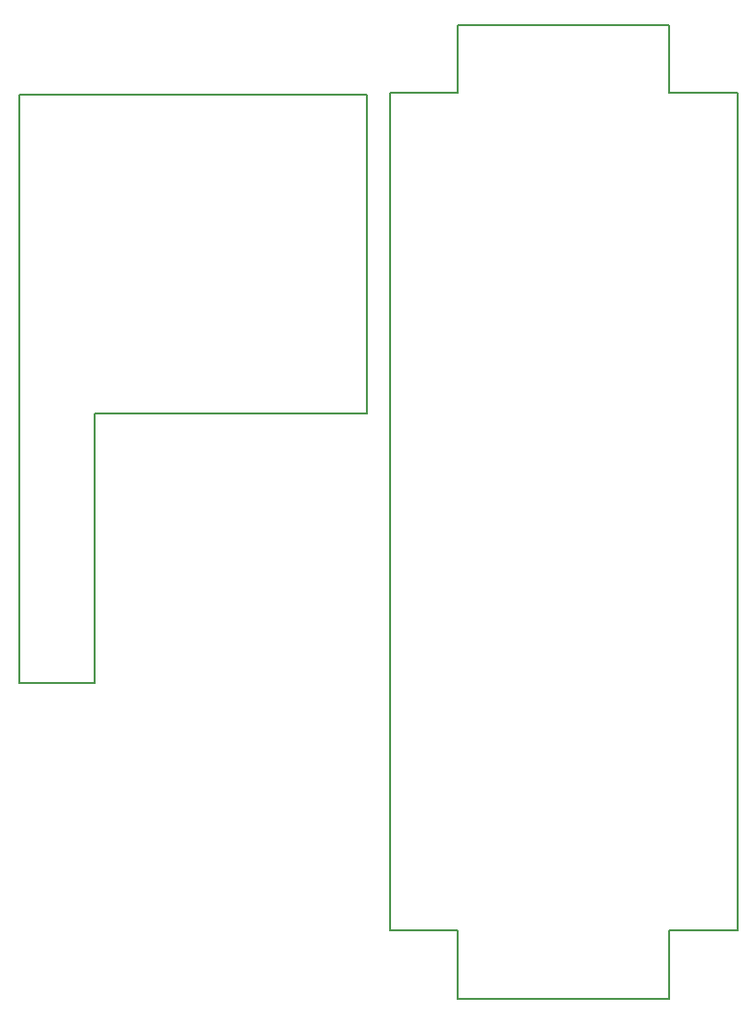
<source format=gbr>
G04 #@! TF.FileFunction,Profile,NP*
%FSLAX46Y46*%
G04 Gerber Fmt 4.6, Leading zero omitted, Abs format (unit mm)*
G04 Created by KiCad (PCBNEW 4.0.7) date 06/02/18 16:03:12*
%MOMM*%
%LPD*%
G01*
G04 APERTURE LIST*
%ADD10C,0.100000*%
%ADD11C,0.150000*%
G04 APERTURE END LIST*
D10*
D11*
X155829000Y-58420000D02*
X155829000Y-131826000D01*
X149860000Y-52451000D02*
X131318000Y-52451000D01*
X125349000Y-58420000D02*
X125349000Y-131826000D01*
X131318000Y-58420000D02*
X131318000Y-58394600D01*
X125349000Y-58420000D02*
X131318000Y-58420000D01*
X131318000Y-58420000D02*
X131318000Y-52451000D01*
X99415600Y-86487000D02*
X99415600Y-110109000D01*
X99415600Y-86487000D02*
X123291600Y-86487000D01*
X149860000Y-58420000D02*
X149860000Y-52451000D01*
X155829000Y-58420000D02*
X149860000Y-58420000D01*
X149860000Y-131826000D02*
X155829000Y-131826000D01*
X149860000Y-137795000D02*
X149860000Y-131826000D01*
X131318000Y-131826000D02*
X131318000Y-137795000D01*
X125349000Y-131826000D02*
X131318000Y-131826000D01*
X99415600Y-110109000D02*
X92811600Y-110109000D01*
X123291600Y-58547000D02*
X123291600Y-86487000D01*
X92811600Y-58547000D02*
X92811600Y-110109000D01*
X92811600Y-58547000D02*
X123291600Y-58547000D01*
X149860000Y-137795000D02*
X131318000Y-137795000D01*
M02*

</source>
